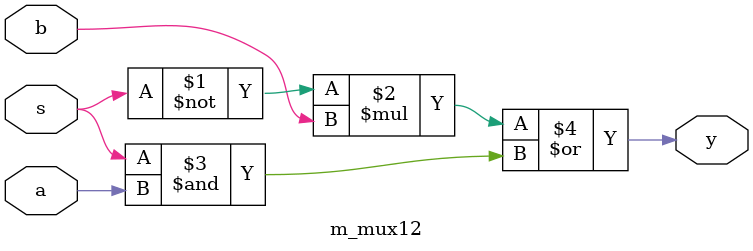
<source format=v>
module m_mux12(
	input a,b,s,
	output y
);
	assign y = (~s*b)|(s&a);
endmodule

</source>
